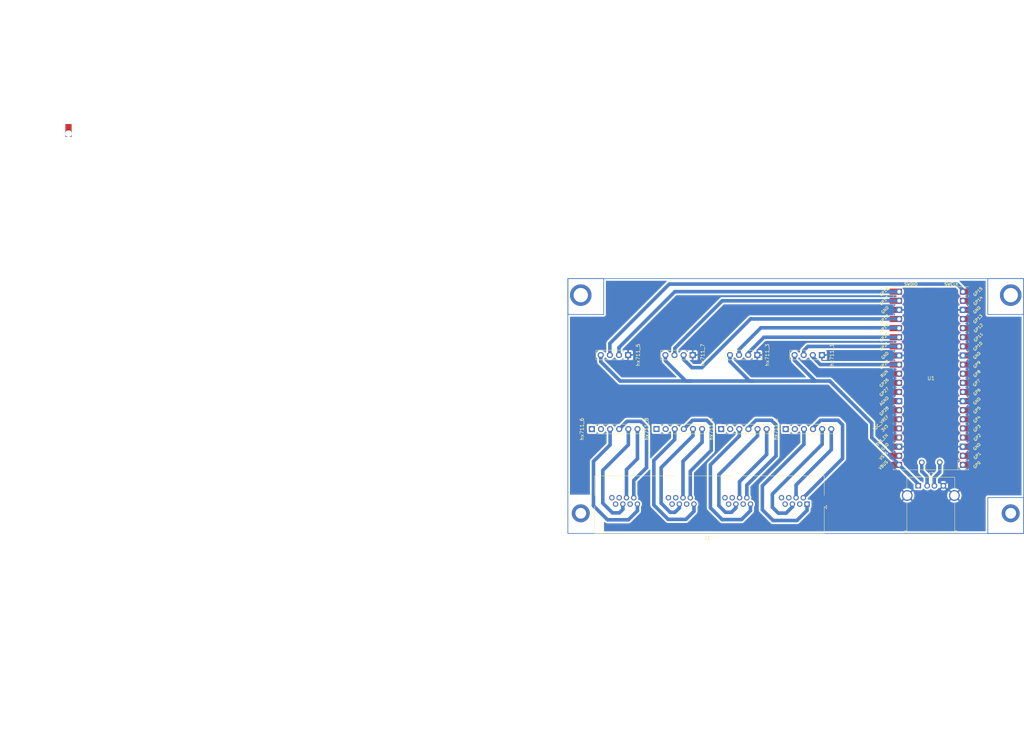
<source format=kicad_pcb>
(kicad_pcb (version 20240108) (generator "pcbnew") (generator_version "8.0")
  (layers (0 "F.Cu" signal) (31 "B.Cu" signal) (34 "B.Paste" user) (35 "F.Paste" user) (36 "B.SilkS" user "B.Silkscreen") (37 "F.SilkS" user "F.Silkscreen") (38 "B.Mask" user) (39 "F.Mask" user) (44 "Edge.Cuts" user))
  (net 0 "")
  (net 23 "SCK1")
  (net 24 "DT1")
  (net 25 "VCC")
  (net 26 "GND")
  (net 29 "DT2")
  (net 32 "DT3")
  (net 35 "DT4")
  (net 38 "unconnected-(J7-D--Pad2)")
  (net 40 "SCK2")
  (net 43 "1A-")
  (net 44 "1E-")
  (net 45 "1E+")
  (net 46 "1A+")
  (net 47 "2E+")
  (net 48 "2A+")
  (net 49 "2E-")
  (net 50 "2A-")
  (net 51 "3E-")
  (net 52 "3A+")
  (net 53 "3E+")
  (net 54 "3A-")
  (net 55 "4A-")
  (net 56 "4E+")
  (net 57 "4E-")
  (net 58 "4A+")
  (net 91 "SCK3")
  (net 92 "SCK4")
  (footprint "Connector_PinSocket_2.54mm:PinSocket_1x06_P2.54mm_Vertical" (layer "F.Cu") (at 148.238981 101.014973 90)
    (property "Reference" "hx711_2" (at 0 -2.77 90) (layer "F.SilkS"))
    (property "Value" "Conn_01x06_Pin")
    (pad "1" thru_hole rect (at 0 0 90) (size 1.7 1.7) (drill 1) (layers "*.Cu" "*.Mask"))
    (pad "2" thru_hole oval (at 0 2.54 90) (size 1.7 1.7) (drill 1) (layers "*.Cu" "*.Mask"))
    (pad "3" thru_hole oval (at 0 5.08 90) (size 1.7 1.7) (drill 1) (layers "*.Cu" "*.Mask") (net 46 "1A+"))
    (pad "4" thru_hole oval (at 0 7.62 90) (size 1.7 1.7) (drill 1) (layers "*.Cu" "*.Mask") (net 43 "1A-"))
    (pad "5" thru_hole oval (at 0 10.16 90) (size 1.7 1.7) (drill 1) (layers "*.Cu" "*.Mask") (net 44 "1E-"))
    (pad "6" thru_hole oval (at 0 12.7 90) (size 1.7 1.7) (drill 1) (layers "*.Cu" "*.Mask") (net 45 "1E+"))
  )
  (footprint "Connector_PinSocket_2.54mm:PinSocket_1x06_P2.54mm_Vertical" (layer "F.Cu") (at 130.23947 101.0105 90)
    (property "Reference" "hx711_4" (at 0 -2.77 90) (layer "F.SilkS"))
    (property "Value" "Conn_01x06_Pin")
    (pad "1" thru_hole rect (at 0 0 90) (size 1.7 1.7) (drill 1) (layers "*.Cu" "*.Mask"))
    (pad "2" thru_hole oval (at 0 2.54 90) (size 1.7 1.7) (drill 1) (layers "*.Cu" "*.Mask"))
    (pad "3" thru_hole oval (at 0 5.08 90) (size 1.7 1.7) (drill 1) (layers "*.Cu" "*.Mask") (net 48 "2A+"))
    (pad "4" thru_hole oval (at 0 7.62 90) (size 1.7 1.7) (drill 1) (layers "*.Cu" "*.Mask") (net 50 "2A-"))
    (pad "5" thru_hole oval (at 0 10.16 90) (size 1.7 1.7) (drill 1) (layers "*.Cu" "*.Mask") (net 49 "2E-"))
    (pad "6" thru_hole oval (at 0 12.7 90) (size 1.7 1.7) (drill 1) (layers "*.Cu" "*.Mask") (net 47 "2E+"))
  )
  (footprint "" (layer "F.Cu") (at 210.9324 63.7038)
    (property "Reference" "" (at 0 0 0) (layer "F.SilkS") (effects (font (size 1.27 1.27))))
    (property "Value" "")
    (pad "" np_thru_hole circle (at 0 0) (size 6 6) (drill 4) (layers "F&B.Cu" "*.Mask"))
  )
  (footprint "Connector_PinSocket_2.54mm:PinSocket_1x04_P2.54mm_Vertical" (layer "F.Cu") (at 158.333166 80.392707 -90)
    (property "Reference" "hx711_1" (at 0 -2.77 90) (layer "F.SilkS"))
    (property "Value" "Conn_01x04_Pin")
    (pad "1" thru_hole rect (at 0 0 270) (size 1.7 1.7) (drill 1) (layers "*.Cu" "*.Mask") (net 26 "GND"))
    (pad "2" thru_hole oval (at 0 2.54 270) (size 1.7 1.7) (drill 1) (layers "*.Cu" "*.Mask") (net 35 "DT4"))
    (pad "3" thru_hole oval (at 0 5.08 270) (size 1.7 1.7) (drill 1) (layers "*.Cu" "*.Mask") (net 92 "SCK4"))
    (pad "4" thru_hole oval (at 0 7.62 270) (size 1.7 1.7) (drill 1) (layers "*.Cu" "*.Mask") (net 25 "VCC"))
  )
  (footprint "" (layer "F.Cu") (at 91.146 124.486)
    (property "Reference" "" (at 0 0 0) (layer "F.SilkS") (effects (font (size 1.27 1.27))))
    (property "Value" "")
    (pad "" np_thru_hole circle (at 0 0) (size 5 5) (drill 3) (layers "F&B.Cu" "*.Mask"))
  )
  (footprint "" (layer "F.Cu") (at 186.14353 110.286571)
    (property "Reference" "" (at 0 0 0) (layer "F.SilkS") (effects (font (size 1.27 1.27))))
    (property "Value" "")
    (pad "2" thru_hole circle (at 0 0) (size 1.6 1.6) (drill 0.95) (layers "*.Cu" "*.Mask") (net 38 "unconnected-(J7-D--Pad2)"))
  )
  (footprint "Rasperry Pico 2:RPi_Pico_SMD_TH" (layer "F.Cu") (at 188.722 86.868 180)
    (property "Reference" "U1" (at 0 0 0) (layer "F.SilkS"))
    (property "Value" "Pico")
    (fp_text user "GP9" (at -12.8 3.81 45) (layer "F.SilkS") (effects (font (size 0.8 0.8))))
    (fp_text user "GND" (at -12.8 -6.35 45) (layer "F.SilkS") (effects (font (size 0.8 0.8))))
    (fp_text user "VBUS" (at 13.3 -24.2 45) (layer "F.SilkS") (effects (font (size 0.8 0.8))))
    (fp_text user "GP20" (at 13.054 11.43 45) (layer "F.SilkS") (effects (font (size 0.8 0.8))))
    (fp_text user "GP28" (at 13.054 -9.144 45) (layer "F.SilkS") (effects (font (size 0.8 0.8))))
    (fp_text user "AGND" (at 13.054 -6.35 45) (layer "F.SilkS") (effects (font (size 0.8 0.8))))
    (fp_text user "GP4" (at -12.8 -11.43 45) (layer "F.SilkS") (effects (font (size 0.8 0.8))))
    (fp_text user "GP2" (at -12.9 -16.51 45) (layer "F.SilkS") (effects (font (size 0.8 0.8))))
    (fp_text user "GP26" (at 13.054 -1.27 45) (layer "F.SilkS") (effects (font (size 0.8 0.8))))
    (fp_text user "GP21" (at 13.054 8.9 45) (layer "F.SilkS") (effects (font (size 0.8 0.8))))
    (fp_text user "3V3_EN" (at 13.7 -17.2 45) (layer "F.SilkS") (effects (font (size 0.8 0.8))))
    (fp_text user "GND" (at 12.8 6.35 45) (layer "F.SilkS") (effects (font (size 0.8 0.8))))
    (fp_text user "GP11" (at -13.2 11.43 45) (layer "F.SilkS") (effects (font (size 0.8 0.8))))
    (fp_text user "3V3" (at 12.9 -13.9 45) (layer "F.SilkS") (effects (font (size 0.8 0.8))))
    (fp_text user "GND" (at -12.8 -19.05 45) (layer "F.SilkS") (effects (font (size 0.8 0.8))))
    (fp_text user "GP10" (at -13.054 8.89 45) (layer "F.SilkS") (effects (font (size 0.8 0.8))))
    (fp_text user "GP3" (at -12.8 -13.97 45) (layer "F.SilkS") (effects (font (size 0.8 0.8))))
    (fp_text user "GP15" (at -13.054 24.13 45) (layer "F.SilkS") (effects (font (size 0.8 0.8))))
    (fp_text user "GP12" (at -13.2 13.97 45) (layer "F.SilkS") (effects (font (size 0.8 0.8))))
    (fp_text user "RUN" (at 13 1.27 45) (layer "F.SilkS") (effects (font (size 0.8 0.8))))
    (fp_text user "GND" (at 12.8 19.05 45) (layer "F.SilkS") (effects (font (size 0.8 0.8))))
    (fp_text user "GP17" (at 13.054 21.59 45) (layer "F.SilkS") (effects (font (size 0.8 0.8))))
    (fp_text user "GP8" (at -12.8 1.27 45) (layer "F.SilkS") (effects (font (size 0.8 0.8))))
    (fp_text user "GP0" (at -12.8 -24.13 45) (layer "F.SilkS") (effects (font (size 0.8 0.8))))
    (fp_text user "GP13" (at -13.054 16.51 45) (layer "F.SilkS") (effects (font (size 0.8 0.8))))
    (fp_text user "ADC_VREF" (at 14 -12.5 45) (layer "F.SilkS") (effects (font (size 0.8 0.8))))
    (fp_text user "GP6" (at -12.8 -3.81 45) (layer "F.SilkS") (effects (font (size 0.8 0.8))))
    (fp_text user "GP27" (at 13.054 -3.8 45) (layer "F.SilkS") (effects (font (size 0.8 0.8))))
    (fp_text user "GP16" (at 13.054 24.13 45) (layer "F.SilkS") (effects (font (size 0.8 0.8))))
    (fp_text user "GP7" (at -12.7 -1.3 45) (layer "F.SilkS") (effects (font (size 0.8 0.8))))
    (fp_text user "SWDIO" (at 5.6 26.2 0) (layer "F.SilkS") (effects (font (size 0.8 0.8))))
    (fp_text user "GP14" (at -13.1 21.59 45) (layer "F.SilkS") (effects (font (size 0.8 0.8))))
    (fp_text user "VSYS" (at 13.2 -21.59 45) (layer "F.SilkS") (effects (font (size 0.8 0.8))))
    (fp_text user "SWCLK" (at -5.7 26.2 0) (layer "F.SilkS") (effects (font (size 0.8 0.8))))
    (fp_text user "GND" (at -12.8 19.05 45) (layer "F.SilkS") (effects (font (size 0.8 0.8))))
    (fp_text user "GP1" (at -12.9 -21.6 45) (layer "F.SilkS") (effects (font (size 0.8 0.8))))
    (fp_text user "GP5" (at -12.8 -8.89 45) (layer "F.SilkS") (effects (font (size 0.8 0.8))))
    (fp_text user "GP22" (at 13.054 3.81 45) (layer "F.SilkS") (effects (font (size 0.8 0.8))))
    (fp_text user "GND" (at -12.8 6.35 45) (layer "F.SilkS") (effects (font (size 0.8 0.8))))
    (fp_text user "GP19" (at 13.054 13.97 45) (layer "F.SilkS") (effects (font (size 0.8 0.8))))
    (fp_text user "GP18" (at 13.054 16.51 45) (layer "F.SilkS") (effects (font (size 0.8 0.8))))
    (fp_text user "GND" (at 12.8 -19.05 45) (layer "F.SilkS") (effects (font (size 0.8 0.8))))
    (pad "" np_thru_hole oval (at 240.29836 68.142316 180) (size 1.5 1.5) (drill 1.5) (layers "F&B.Cu" "*.Mask"))
    (pad "" np_thru_hole oval (at 240.29836 68.142316 180) (size 1.5 1.5) (drill 1.5) (layers "F&B.Cu" "*.Mask"))
    (pad "" np_thru_hole oval (at 240.29836 68.142316 180) (size 1.8 1.8) (drill 1.8) (layers "F&B.Cu" "*.Mask"))
    (pad "" np_thru_hole oval (at 240.29836 68.142316 180) (size 1.8 1.8) (drill 1.8) (layers "F&B.Cu" "*.Mask"))
    (pad "1" thru_hole oval (at -8.89 -24.13 180) (size 1.7 1.7) (drill 1.02) (layers "*.Cu" "*.Mask"))
    (pad "1" smd rect (at -8.89 -24.13 180) (size 3.5 1.7) (drill (offset -0.9 0)) (layers "F.Cu" "F.Mask"))
    (pad "2" thru_hole oval (at -8.89 -21.59 180) (size 1.7 1.7) (drill 1.02) (layers "*.Cu" "*.Mask"))
    (pad "2" smd rect (at -8.89 -21.59 180) (size 3.5 1.7) (drill (offset -0.9 0)) (layers "F.Cu" "F.Mask"))
    (pad "3" thru_hole rect (at -8.89 -19.05 180) (size 1.7 1.7) (drill 1.02) (layers "*.Cu" "*.Mask") (net 26 "GND"))
    (pad "3" smd rect (at -8.89 -19.05 180) (size 3.5 1.7) (drill (offset -0.9 0)) (layers "F.Cu" "F.Mask") (net 26 "GND"))
    (pad "4" thru_hole oval (at -8.89 -16.51 180) (size 1.7 1.7) (drill 1.02) (layers "*.Cu" "*.Mask"))
    (pad "4" smd rect (at -8.89 -16.51 180) (size 3.5 1.7) (drill (offset -0.9 0)) (layers "F.Cu" "F.Mask"))
    (pad "5" thru_hole oval (at -8.89 -13.97 180) (size 1.7 1.7) (drill 1.02) (layers "*.Cu" "*.Mask"))
    (pad "5" smd rect (at -8.89 -13.97 180) (size 3.5 1.7) (drill (offset -0.9 0)) (layers "F.Cu" "F.Mask"))
    (pad "6" thru_hole oval (at -8.89 -11.43 180) (size 1.7 1.7) (drill 1.02) (layers "*.Cu" "*.Mask"))
    (pad "6" smd rect (at -8.89 -11.43 180) (size 3.5 1.7) (drill (offset -0.9 0)) (layers "F.Cu" "F.Mask"))
    (pad "7" thru_hole oval (at -8.89 -8.89 180) (size 1.7 1.7) (drill 1.02) (layers "*.Cu" "*.Mask"))
    (pad "7" smd rect (at -8.89 -8.89 180) (size 3.5 1.7) (drill (offset -0.9 0)) (layers "F.Cu" "F.Mask"))
    (pad "8" thru_hole rect (at -8.89 -6.35 180) (size 1.7 1.7) (drill 1.02) (layers "*.Cu" "*.Mask") (net 26 "GND"))
    (pad "8" smd rect (at -8.89 -6.35 180) (size 3.5 1.7) (drill (offset -0.9 0)) (layers "F.Cu" "F.Mask") (net 26 "GND"))
    (pad "9" thru_hole oval (at -8.89 -3.81 180) (size 1.7 1.7) (drill 1.02) (layers "*.Cu" "*.Mask"))
    (pad "9" smd rect (at -8.89 -3.81 180) (size 3.5 1.7) (drill (offset -0.9 0)) (layers "F.Cu" "F.Mask"))
    (pad "10" thru_hole oval (at -8.89 -1.27 180) (size 1.7 1.7) (drill 1.02) (layers "*.Cu" "*.Mask"))
    (pad "10" smd rect (at -8.89 -1.27 180) (size 3.5 1.7) (drill (offset -0.9 0)) (layers "F.Cu" "F.Mask"))
    (pad "11" thru_hole oval (at -8.89 1.27 180) (size 1.7 1.7) (drill 1.02) (layers "*.Cu" "*.Mask"))
    (pad "11" smd rect (at -8.89 1.27 180) (size 3.5 1.7) (drill (offset -0.9 0)) (layers "F.Cu" "F.Mask"))
    (pad "12" thru_hole oval (at -8.89 3.81 180) (size 1.7 1.7) (drill 1.02) (layers "*.Cu" "*.Mask"))
    (pad "12" smd rect (at -8.89 3.81 180) (size 3.5 1.7) (drill (offset -0.9 0)) (layers "F.Cu" "F.Mask"))
    (pad "13" thru_hole rect (at -8.89 6.35 180) (size 1.7 1.7) (drill 1.02) (layers "*.Cu" "*.Mask") (net 26 "GND"))
    (pad "13" smd rect (at -8.89 6.35 180) (size 3.5 1.7) (drill (offset -0.9 0)) (layers "F.Cu" "F.Mask") (net 26 "GND"))
    (pad "14" thru_hole oval (at -8.89 8.89 180) (size 1.7 1.7) (drill 1.02) (layers "*.Cu" "*.Mask"))
    (pad "14" smd rect (at -8.89 8.89 180) (size 3.5 1.7) (drill (offset -0.9 0)) (layers "F.Cu" "F.Mask"))
    (pad "15" thru_hole oval (at -8.89 11.43 180) (size 1.7 1.7) (drill 1.02) (layers "*.Cu" "*.Mask"))
    (pad "15" smd rect (at -8.89 11.43 180) (size 3.5 1.7) (drill (offset -0.9 0)) (layers "F.Cu" "F.Mask"))
    (pad "16" thru_hole oval (at -8.89 13.97 180) (size 1.7 1.7) (drill 1.02) (layers "*.Cu" "*.Mask"))
    (pad "16" smd rect (at -8.89 13.97 180) (size 3.5 1.7) (drill (offset -0.9 0)) (layers "F.Cu" "F.Mask"))
    (pad "17" thru_hole oval (at -8.89 16.51 180) (size 1.7 1.7) (drill 1.02) (layers "*.Cu" "*.Mask"))
    (pad "17" smd rect (at -8.89 16.51 180) (size 3.5 1.7) (drill (offset -0.9 0)) (layers "F.Cu" "F.Mask"))
    (pad "18" thru_hole rect (at -8.89 19.05 180) (size 1.7 1.7) (drill 1.02) (layers "*.Cu" "*.Mask") (net 26 "GND"))
    (pad "18" smd rect (at -8.89 19.05 180) (size 3.5 1.7) (drill (offset -0.9 0)) (layers "F.Cu" "F.Mask") (net 26 "GND"))
    (pad "19" thru_hole oval (at -8.89 21.59 180) (size 1.7 1.7) (drill 1.02) (layers "*.Cu" "*.Mask"))
    (pad "19" smd rect (at -8.89 21.59 180) (size 3.5 1.7) (drill (offset -0.9 0)) (layers "F.Cu" "F.Mask"))
    (pad "20" thru_hole oval (at -8.89 24.13 180) (size 1.7 1.7) (drill 1.02) (layers "*.Cu" "*.Mask") (net 23 "SCK1"))
    (pad "20" smd rect (at -8.89 24.13 180) (size 3.5 1.7) (drill (offset -0.9 0)) (layers "F.Cu" "F.Mask") (net 23 "SCK1"))
    (pad "21" thru_hole oval (at 8.89 24.13 180) (size 1.7 1.7) (drill 1.02) (layers "*.Cu" "*.Mask") (net 24 "DT1"))
    (pad "21" smd rect (at 8.89 24.13 180) (size 3.5 1.7) (drill (offset 0.9 0)) (layers "F.Cu" "F.Mask") (net 24 "DT1"))
    (pad "22" thru_hole oval (at 8.89 21.59 180) (size 1.7 1.7) (drill 1.02) (layers "*.Cu" "*.Mask") (net 40 "SCK2"))
    (pad "22" smd rect (at 8.89 21.59 180) (size 3.5 1.7) (drill (offset 0.9 0)) (layers "F.Cu" "F.Mask") (net 40 "SCK2"))
    (pad "23" thru_hole rect (at 8.89 19.05 180) (size 1.7 1.7) (drill 1.02) (layers "*.Cu" "*.Mask") (net 26 "GND"))
    (pad "23" smd rect (at 8.89 19.05 180) (size 3.5 1.7) (drill (offset 0.9 0)) (layers "F.Cu" "F.Mask") (net 26 "GND"))
    (pad "24" thru_hole oval (at 8.89 16.51 180) (size 1.7 1.7) (drill 1.02) (layers "*.Cu" "*.Mask") (net 29 "DT2"))
    (pad "24" smd rect (at 8.89 16.51 180) (size 3.5 1.7) (drill (offset 0.9 0)) (layers "F.Cu" "F.Mask") (net 29 "DT2"))
    (pad "25" thru_hole oval (at 8.89 13.97 180) (size 1.7 1.7) (drill 1.02) (layers "*.Cu" "*.Mask") (net 91 "SCK3"))
    (pad "25" smd rect (at 8.89 13.97 180) (size 3.5 1.7) (drill (offset 0.9 0)) (layers "F.Cu" "F.Mask") (net 91 "SCK3"))
    (pad "26" thru_hole oval (at 8.89 11.43 180) (size 1.7 1.7) (drill 1.02) (layers "*.Cu" "*.Mask") (net 32 "DT3"))
    (pad "26" smd rect (at 8.89 11.43 180) (size 3.5 1.7) (drill (offset 0.9 0)) (layers "F.Cu" "F.Mask") (net 32 "DT3"))
    (pad "27" thru_hole oval (at 8.89 8.89 180) (size 1.7 1.7) (drill 1.02) (layers "*.Cu" "*.Mask") (net 92 "SCK4"))
    (pad "27" smd rect (at 8.89 8.89 180) (size 3.5 1.7) (drill (offset 0.9 0)) (layers "F.Cu" "F.Mask") (net 92 "SCK4"))
    (pad "28" thru_hole rect (at 8.89 6.35 180) (size 1.7 1.7) (drill 1.02) (layers "*.Cu" "*.Mask") (net 26 "GND"))
    (pad "28" smd rect (at 8.89 6.35 180) (size 3.5 1.7) (drill (offset 0.9 0)) (layers "F.Cu" "F.Mask") (net 26 "GND"))
    (pad "29" thru_hole oval (at 8.89 3.81 180) (size 1.7 1.7) (drill 1.02) (layers "*.Cu" "*.Mask") (net 35 "DT4"))
    (pad "29" smd rect (at 8.89 3.81 180) (size 3.5 1.7) (drill (offset 0.9 0)) (layers "F.Cu" "F.Mask") (net 35 "DT4"))
    (pad "30" thru_hole oval (at 8.89 1.27 180) (size 1.7 1.7) (drill 1.02) (layers "*.Cu" "*.Mask"))
    (pad "30" smd rect (at 8.89 1.27 180) (size 3.5 1.7) (drill (offset 0.9 0)) (layers "F.Cu" "F.Mask"))
    (pad "31" thru_hole oval (at 8.89 -1.27 180) (size 1.7 1.7) (drill 1.02) (layers "*.Cu" "*.Mask"))
    (pad "31" smd rect (at 8.89 -1.27 180) (size 3.5 1.7) (drill (offset 0.9 0)) (layers "F.Cu" "F.Mask"))
    (pad "32" thru_hole oval (at 8.89 -3.81 180) (size 1.7 1.7) (drill 1.02) (layers "*.Cu" "*.Mask"))
    (pad "32" smd rect (at 8.89 -3.81 180) (size 3.5 1.7) (drill (offset 0.9 0)) (layers "F.Cu" "F.Mask"))
    (pad "33" thru_hole rect (at 8.89 -6.35 180) (size 1.7 1.7) (drill 1.02) (layers "*.Cu" "*.Mask"))
    (pad "33" smd rect (at 8.89 -6.35 180) (size 3.5 1.7) (drill (offset 0.9 0)) (layers "F.Cu" "F.Mask"))
    (pad "34" thru_hole oval (at 8.89 -8.89 180) (size 1.7 1.7) (drill 1.02) (layers "*.Cu" "*.Mask"))
    (pad "34" smd rect (at 8.89 -8.89 180) (size 3.5 1.7) (drill (offset 0.9 0)) (layers "F.Cu" "F.Mask"))
    (pad "35" thru_hole oval (at 8.89 -11.43 180) (size 1.7 1.7) (drill 1.02) (layers "*.Cu" "*.Mask"))
    (pad "35" smd rect (at 8.89 -11.43 180) (size 3.5 1.7) (drill (offset 0.9 0)) (layers "F.Cu" "F.Mask"))
    (pad "36" thru_hole oval (at 8.89 -13.97 180) (size 1.7 1.7) (drill 1.02) (layers "*.Cu" "*.Mask"))
    (pad "36" smd rect (at 8.89 -13.97 180) (size 3.5 1.7) (drill (offset 0.9 0)) (layers "F.Cu" "F.Mask"))
    (pad "37" thru_hole oval (at 8.89 -16.51 180) (size 1.7 1.7) (drill 1.02) (layers "*.Cu" "*.Mask"))
    (pad "37" smd rect (at 8.89 -16.51 180) (size 3.5 1.7) (drill (offset 0.9 0)) (layers "F.Cu" "F.Mask"))
    (pad "38" thru_hole rect (at 8.89 -19.05 180) (size 1.7 1.7) (drill 1.02) (layers "*.Cu" "*.Mask") (net 26 "GND"))
    (pad "38" smd rect (at 8.89 -19.05 180) (size 3.5 1.7) (drill (offset 0.9 0)) (layers "F.Cu" "F.Mask") (net 26 "GND"))
    (pad "39" thru_hole oval (at 8.89 -21.59 180) (size 1.7 1.7) (drill 1.02) (layers "*.Cu" "*.Mask"))
    (pad "39" smd rect (at 8.89 -21.59 180) (size 3.5 1.7) (drill (offset 0.9 0)) (layers "F.Cu" "F.Mask"))
    (pad "40" thru_hole oval (at 8.89 -24.13 180) (size 1.7 1.7) (drill 1.02) (layers "*.Cu" "*.Mask") (net 25 "VCC"))
    (pad "40" smd rect (at 8.89 -24.13 180) (size 3.5 1.7) (drill (offset 0.9 0)) (layers "F.Cu" "F.Mask") (net 25 "VCC"))
    (pad "41" thru_hole oval (at 240.29836 68.142316 180) (size 1.7 1.7) (drill 1.02) (layers "*.Cu" "*.Mask"))
    (pad "41" smd rect (at 240.29836 68.142316 270) (size 3.5 1.7) (drill (offset -0.9 0)) (layers "F.Cu" "F.Mask"))
    (pad "42" thru_hole rect (at 240.29836 68.142316 180) (size 1.7 1.7) (drill 1.02) (layers "*.Cu" "*.Mask"))
    (pad "42" smd rect (at 240.29836 68.142316 270) (size 3.5 1.7) (drill (offset -0.9 0)) (layers "F.Cu" "F.Mask"))
    (pad "43" thru_hole oval (at 240.29836 68.142316 180) (size 1.7 1.7) (drill 1.02) (layers "*.Cu" "*.Mask"))
    (pad "43" smd rect (at 240.29836 68.142316 270) (size 3.5 1.7) (drill (offset -0.9 0)) (layers "F.Cu" "F.Mask"))
  )
  (footprint "Connector_USB:USB_A_Molex_67643_Horizontal" (layer "F.Cu") (at 185.166 116.814)
    (property "Reference" "J7" (at 3.5 -3.19 0) (layer "F.SilkS"))
    (property "Value" "USB_A")
    (pad "1" thru_hole rect (at 0 0) (size 1.6 1.5) (drill 0.95) (layers "*.Cu" "*.Mask") (net 25 "VCC"))
    (pad "2" thru_hole circle (at 2.5 0) (size 1.6 1.6) (drill 0.95) (layers "*.Cu" "*.Mask") (net 38 "unconnected-(J7-D--Pad2)"))
    (pad "3" thru_hole circle (at 4.5 0) (size 1.6 1.6) (drill 0.95) (layers "*.Cu" "*.Mask"))
    (pad "4" thru_hole circle (at 7 0) (size 1.6 1.6) (drill 0.95) (layers "*.Cu" "*.Mask") (net 26 "GND"))
    (pad "5" thru_hole circle (at -3.07 2.71) (size 3 3) (drill 2.3) (layers "*.Cu" "*.Mask") (net 26 "GND"))
    (pad "5" thru_hole circle (at 10.07 2.71) (size 3 3) (drill 2.3) (layers "*.Cu" "*.Mask") (net 26 "GND"))
  )
  (footprint "Connector_PinSocket_2.54mm:PinSocket_1x06_P2.54mm_Vertical" (layer "F.Cu") (at 94.238493 101.015461 90)
    (property "Reference" "hx711_6" (at 0 -2.77 90) (layer "F.SilkS"))
    (property "Value" "Conn_01x06_Pin")
    (pad "1" thru_hole rect (at 0 0 90) (size 1.7 1.7) (drill 1) (layers "*.Cu" "*.Mask"))
    (pad "2" thru_hole oval (at 0 2.54 90) (size 1.7 1.7) (drill 1) (layers "*.Cu" "*.Mask"))
    (pad "3" thru_hole oval (at 0 5.08 90) (size 1.7 1.7) (drill 1) (layers "*.Cu" "*.Mask") (net 52 "3A+"))
    (pad "4" thru_hole oval (at 0 7.62 90) (size 1.7 1.7) (drill 1) (layers "*.Cu" "*.Mask") (net 54 "3A-"))
    (pad "5" thru_hole oval (at 0 10.16 90) (size 1.7 1.7) (drill 1) (layers "*.Cu" "*.Mask") (net 51 "3E-"))
    (pad "6" thru_hole oval (at 0 12.7 90) (size 1.7 1.7) (drill 1) (layers "*.Cu" "*.Mask") (net 53 "3E+"))
  )
  (footprint "Connector_PinSocket_2.54mm:PinSocket_1x04_P2.54mm_Vertical" (layer "F.Cu") (at 122.336055 80.399506 -90)
    (property "Reference" "hx711_7" (at 0 -2.77 90) (layer "F.SilkS"))
    (property "Value" "Conn_01x04_Pin")
    (pad "1" thru_hole rect (at 0 0 270) (size 1.7 1.7) (drill 1) (layers "*.Cu" "*.Mask") (net 26 "GND"))
    (pad "2" thru_hole oval (at 0 2.54 270) (size 1.7 1.7) (drill 1) (layers "*.Cu" "*.Mask") (net 29 "DT2"))
    (pad "3" thru_hole oval (at 0 5.08 270) (size 1.7 1.7) (drill 1) (layers "*.Cu" "*.Mask") (net 40 "SCK2"))
    (pad "4" thru_hole oval (at 0 7.62 270) (size 1.7 1.7) (drill 1) (layers "*.Cu" "*.Mask") (net 25 "VCC"))
  )
  (footprint "" (layer "F.Cu") (at 210.9324 124.486)
    (property "Reference" "" (at 0 0 0) (layer "F.SilkS") (effects (font (size 1.27 1.27))))
    (property "Value" "")
    (pad "" np_thru_hole circle (at 0 0) (size 5 5) (drill 3) (layers "F&B.Cu" "*.Mask"))
  )
  (footprint "Connector_PinSocket_2.54mm:PinSocket_1x04_P2.54mm_Vertical" (layer "F.Cu") (at 140.335117 80.380434 -90)
    (property "Reference" "hx711_3" (at 0 -2.77 90) (layer "F.SilkS"))
    (property "Value" "Conn_01x04_Pin")
    (pad "1" thru_hole rect (at 0 0 270) (size 1.7 1.7) (drill 1) (layers "*.Cu" "*.Mask") (net 26 "GND"))
    (pad "2" thru_hole oval (at 0 2.54 270) (size 1.7 1.7) (drill 1) (layers "*.Cu" "*.Mask") (net 32 "DT3"))
    (pad "3" thru_hole oval (at 0 5.08 270) (size 1.7 1.7) (drill 1) (layers "*.Cu" "*.Mask") (net 91 "SCK3"))
    (pad "4" thru_hole oval (at 0 7.62 270) (size 1.7 1.7) (drill 1) (layers "*.Cu" "*.Mask") (net 25 "VCC"))
  )
  (footprint "" (layer "F.Cu") (at -40.386 190.754)
    (property "Reference" "" (at 0 0 0) (layer "F.SilkS") (effects (font (size 1.27 1.27))))
    (property "Value" "")
    (pad "" np_thru_hole oval (at 0 0 180) (size 1.5 1.5) (drill 1.5) (layers "F&B.Cu" "*.Mask"))
  )
  (footprint "Connector_PinSocket_2.54mm:PinSocket_1x06_P2.54mm_Vertical" (layer "F.Cu") (at 112.243907 100.995471 90)
    (property "Reference" "hx711_8" (at 0 -2.77 90) (layer "F.SilkS"))
    (property "Value" "Conn_01x06_Pin")
    (pad "1" thru_hole rect (at 0 0 90) (size 1.7 1.7) (drill 1) (layers "*.Cu" "*.Mask"))
    (pad "2" thru_hole oval (at 0 2.54 90) (size 1.7 1.7) (drill 1) (layers "*.Cu" "*.Mask"))
    (pad "3" thru_hole oval (at 0 5.08 90) (size 1.7 1.7) (drill 1) (layers "*.Cu" "*.Mask") (net 58 "4A+"))
    (pad "4" thru_hole oval (at 0 7.62 90) (size 1.7 1.7) (drill 1) (layers "*.Cu" "*.Mask") (net 55 "4A-"))
    (pad "5" thru_hole oval (at 0 10.16 90) (size 1.7 1.7) (drill 1) (layers "*.Cu" "*.Mask") (net 57 "4E-"))
    (pad "6" thru_hole oval (at 0 12.7 90) (size 1.7 1.7) (drill 1) (layers "*.Cu" "*.Mask") (net 56 "4E+"))
  )
  (footprint "" (layer "F.Cu") (at 191.161082 110.247213)
    (property "Reference" "" (at 0 0 0) (layer "F.SilkS") (effects (font (size 1.27 1.27))))
    (property "Value" "")
    (pad "2" thru_hole circle (at 0 0) (size 1.6 1.6) (drill 0.95) (layers "*.Cu" "*.Mask") (net 38 "unconnected-(J7-D--Pad2)"))
  )
  (footprint "Connector_PinSocket_2.54mm:PinSocket_1x04_P2.54mm_Vertical" (layer "F.Cu") (at 104.333977 80.39065 -90)
    (property "Reference" "hx711_5" (at 0 -2.77 90) (layer "F.SilkS"))
    (property "Value" "Conn_01x04_Pin")
    (pad "1" thru_hole rect (at 0 0 270) (size 1.7 1.7) (drill 1) (layers "*.Cu" "*.Mask") (net 26 "GND"))
    (pad "2" thru_hole oval (at 0 2.54 270) (size 1.7 1.7) (drill 1) (layers "*.Cu" "*.Mask") (net 24 "DT1"))
    (pad "3" thru_hole oval (at 0 5.08 270) (size 1.7 1.7) (drill 1) (layers "*.Cu" "*.Mask") (net 23 "SCK1"))
    (pad "4" thru_hole oval (at 0 7.62 270) (size 1.7 1.7) (drill 1) (layers "*.Cu" "*.Mask") (net 25 "VCC"))
  )
  (footprint "Connector_RJ:RJ45_Amphenol_RJHSE538X-04" (layer "F.Cu") (at 154.18 121.92 180)
    (property "Reference" "J1" (at 27.75 -9.5 0) (layer "F.SilkS"))
    (property "Value" "Conn_01x48_Pin" (hide yes))
    (pad "" np_thru_hole circle (at 223.02 138.819475 180) (size 3.25 3.25) (drill 3.25) (layers "F&B.Cu" "*.Mask"))
    (pad "" np_thru_hole circle (at 223.2152 121.3124 180) (size 3.25 3.25) (drill 3.25) (layers "F&B.Cu" "*.Mask"))
    (pad "1" thru_hole rect (at 0 0 180) (size 1.5 1.5) (drill 0.89) (layers "*.Cu" "*.Mask") (net 46 "1A+"))
    (pad "2" thru_hole circle (at 1.016 1.78 180) (size 1.5 1.5) (drill 0.89) (layers "*.Cu" "*.Mask") (net 43 "1A-"))
    (pad "3" thru_hole circle (at 2.032 0 180) (size 1.5 1.5) (drill 0.89) (layers "*.Cu" "*.Mask"))
    (pad "4" thru_hole circle (at 3.048 1.78 180) (size 1.5 1.5) (drill 0.89) (layers "*.Cu" "*.Mask") (net 45 "1E+"))
    (pad "5" thru_hole circle (at 4.064 0 180) (size 1.5 1.5) (drill 0.89) (layers "*.Cu" "*.Mask") (net 44 "1E-"))
    (pad "6" thru_hole circle (at 5.08 1.78 180) (size 1.5 1.5) (drill 0.89) (layers "*.Cu" "*.Mask"))
    (pad "7" thru_hole circle (at 6.096 0 180) (size 1.5 1.5) (drill 0.89) (layers "*.Cu" "*.Mask"))
    (pad "8" thru_hole circle (at 7.112 1.78 180) (size 1.5 1.5) (drill 0.89) (layers "*.Cu" "*.Mask"))
    (pad "9" thru_hole circle (at 223.02 138.819475 180) (size 1.5 1.5) (drill 0.89) (layers "*.Cu" "*.Mask"))
    (pad "10" thru_hole circle (at 223.02 138.819475 180) (size 1.5 1.5) (drill 0.89) (layers "*.Cu" "*.Mask"))
    (pad "11" thru_hole circle (at 223.02 138.819475 180) (size 1.5 1.5) (drill 0.89) (layers "*.Cu" "*.Mask"))
    (pad "12" thru_hole circle (at 223.02 138.819475 180) (size 1.5 1.5) (drill 0.89) (layers "*.Cu" "*.Mask"))
    (pad "13" thru_hole circle (at 15.75 0 180) (size 1.5 1.5) (drill 0.89) (layers "*.Cu" "*.Mask") (net 48 "2A+"))
    (pad "14" thru_hole circle (at 16.766 1.78 180) (size 1.5 1.5) (drill 0.89) (layers "*.Cu" "*.Mask") (net 50 "2A-"))
    (pad "15" thru_hole circle (at 17.782 0 180) (size 1.5 1.5) (drill 0.89) (layers "*.Cu" "*.Mask"))
    (pad "16" thru_hole circle (at 18.798 1.78 180) (size 1.5 1.5) (drill 0.89) (layers "*.Cu" "*.Mask") (net 47 "2E+"))
    (pad "17" thru_hole circle (at 19.814 0 180) (size 1.5 1.5) (drill 0.89) (layers "*.Cu" "*.Mask") (net 49 "2E-"))
    (pad "18" thru_hole circle (at 20.83 1.78 180) (size 1.5 1.5) (drill 0.89) (layers "*.Cu" "*.Mask"))
    (pad "19" thru_hole circle (at 21.846 0 180) (size 1.5 1.5) (drill 0.89) (layers "*.Cu" "*.Mask"))
    (pad "20" thru_hole circle (at 22.862 1.78 180) (size 1.5 1.5) (drill 0.89) (layers "*.Cu" "*.Mask"))
    (pad "21" thru_hole circle (at 223.02 138.819475 180) (size 1.5 1.5) (drill 0.89) (layers "*.Cu" "*.Mask"))
    (pad "22" thru_hole circle (at 223.02 138.819475 180) (size 1.5 1.5) (drill 0.89) (layers "*.Cu" "*.Mask"))
    (pad "23" thru_hole circle (at 223.02 138.819475 180) (size 1.5 1.5) (drill 0.89) (layers "*.Cu" "*.Mask"))
    (pad "24" thru_hole circle (at 223.02 138.819475 180) (size 1.5 1.5) (drill 0.89) (layers "*.Cu" "*.Mask"))
    (pad "25" thru_hole circle (at 31.5 0 180) (size 1.5 1.5) (drill 0.89) (layers "*.Cu" "*.Mask") (net 58 "4A+"))
    (pad "26" thru_hole circle (at 32.516 1.78 180) (size 1.5 1.5) (drill 0.89) (layers "*.Cu" "*.Mask") (net 55 "4A-"))
    (pad "27" thru_hole circle (at 33.532 0 180) (size 1.5 1.5) (drill 0.89) (layers "*.Cu" "*.Mask"))
    (pad "28" thru_hole circle (at 34.548 1.78 180) (size 1.5 1.5) (drill 0.89) (layers "*.Cu" "*.Mask") (net 56 "4E+"))
    (pad "29" thru_hole circle (at 35.564 0 180) (size 1.5 1.5) (drill 0.89) (layers "*.Cu" "*.Mask") (net 57 "4E-"))
    (pad "30" thru_hole circle (at 36.58 1.78 180) (size 1.5 1.5) (drill 0.89) (layers "*.Cu" "*.Mask"))
    (pad "31" thru_hole circle (at 37.596 0 180) (size 1.5 1.5) (drill 0.89) (layers "*.Cu" "*.Mask"))
    (pad "32" thru_hole circle (at 38.612 1.78 180) (size 1.5 1.5) (drill 0.89) (layers "*.Cu" "*.Mask"))
    (pad "33" thru_hole circle (at 223.02 138.819475 180) (size 1.5 1.5) (drill 0.89) (layers "*.Cu" "*.Mask"))
    (pad "34" thru_hole circle (at 223.02 138.819475 180) (size 1.5 1.5) (drill 0.89) (layers "*.Cu" "*.Mask"))
    (pad "35" thru_hole circle (at 223.02 138.819475 180) (size 1.5 1.5) (drill 0.89) (layers "*.Cu" "*.Mask"))
    (pad "36" thru_hole circle (at 223.02 138.819475 180) (size 1.5 1.5) (drill 0.89) (layers "*.Cu" "*.Mask"))
    (pad "37" thru_hole circle (at 47.25 0 180) (size 1.5 1.5) (drill 0.89) (layers "*.Cu" "*.Mask") (net 52 "3A+"))
    (pad "38" thru_hole circle (at 48.266 1.78 180) (size 1.5 1.5) (drill 0.89) (layers "*.Cu" "*.Mask") (net 54 "3A-"))
    (pad "39" thru_hole circle (at 49.282 0 180) (size 1.5 1.5) (drill 0.89) (layers "*.Cu" "*.Mask"))
    (pad "40" thru_hole circle (at 50.298 1.78 180) (size 1.5 1.5) (drill 0.89) (layers "*.Cu" "*.Mask") (net 53 "3E+"))
    (pad "41" thru_hole circle (at 51.314 0 180) (size 1.5 1.5) (drill 0.89) (layers "*.Cu" "*.Mask") (net 51 "3E-"))
    (pad "42" thru_hole circle (at 52.33 1.78 180) (size 1.5 1.5) (drill 0.89) (layers "*.Cu" "*.Mask"))
    (pad "43" thru_hole circle (at 53.346 0 180) (size 1.5 1.5) (drill 0.89) (layers "*.Cu" "*.Mask"))
    (pad "44" thru_hole circle (at 54.362 1.78 180) (size 1.5 1.5) (drill 0.89) (layers "*.Cu" "*.Mask"))
    (pad "45" thru_hole circle (at 223.02 138.819475 180) (size 1.5 1.5) (drill 0.89) (layers "*.Cu" "*.Mask"))
    (pad "46" thru_hole circle (at 223.02 138.819475 180) (size 1.5 1.5) (drill 0.89) (layers "*.Cu" "*.Mask"))
    (pad "47" thru_hole circle (at 223.02 138.819475 180) (size 1.5 1.5) (drill 0.89) (layers "*.Cu" "*.Mask"))
    (pad "48" thru_hole circle (at 223.02 138.819475 180) (size 1.5 1.5) (drill 0.89) (layers "*.Cu" "*.Mask"))
    (pad "SH" thru_hole circle (at 223.2152 121.3124 180) (size 2.57 2.57) (drill 1.57) (layers "*.Cu" "*.Mask"))
    (pad "SH" thru_hole circle (at 223.2152 121.3124 180) (size 2.57 2.57) (drill 1.57) (layers "*.Cu" "*.Mask"))
    (pad "SH" thru_hole circle (at 223.2152 121.3124 180) (size 2.57 2.57) (drill 1.57) (layers "*.Cu" "*.Mask"))
    (pad "SH" thru_hole circle (at 223.2152 121.3124 180) (size 2.57 2.57) (drill 1.57) (layers "*.Cu" "*.Mask"))
  )
  (footprint "" (layer "F.Cu") (at 91.146 63.7038)
    (property "Reference" "" (at 0 0 0) (layer "F.SilkS") (effects (font (size 1.27 1.27))))
    (property "Value" "")
    (pad "" np_thru_hole circle (at 0 0) (size 6 6) (drill 4) (layers "F&B.Cu" "*.Mask"))
  )
  (gr_rect (start 204.5392 120.0994) (end 214.5392 130.0994) (stroke (width 0.2)) (fill none) (layer "B.Cu") (net 52))
  (gr_rect (start 87.5392 59.0994) (end 97.5392 69.0994) (stroke (width 0.2)) (fill none) (layer "B.Cu") (net 52))
  (gr_rect (start 87.5392 59.0994) (end 214.5392 130.0994) (stroke (width 0.2)) (fill none) (layer "B.Cu") (net 52))
  (gr_rect (start 204.5392 59.0994) (end 214.5392 69.0994) (stroke (width 0.2)) (fill none) (layer "B.Cu") (net 52))
  (segment (start 196.003659 60.621659) (end 115.781341 60.621659) (width 1) (layer "B.Cu") (net 23))
  (segment (start 99.253977 77.149023) (end 99.253977 80.39065) (width 1) (layer "B.Cu") (net 23))
  (segment (start 115.781341 60.621659) (end 99.253977 77.149023) (width 1) (layer "B.Cu") (net 23))
  (segment (start 197.612 62.23) (end 196.003659 60.621659) (width 1) (layer "B.Cu") (net 23))
  (segment (start 117.348 62.738) (end 179.324 62.738) (width 1) (layer "B.Cu") (net 24))
  (segment (start 101.793977 78.292023) (end 117.348 62.738) (width 1) (layer "B.Cu") (net 24))
  (segment (start 101.793977 80.39065) (end 101.793977 78.292023) (width 1) (layer "B.Cu") (net 24))
  (segment (start 150.713166 80.392707) (end 150.713166 81.879166) (width 1) (layer "B.Cu") (net 25))
  (segment (start 185.166 116.332) (end 179.832 110.998) (width 1) (layer "B.Cu") (net 25))
  (segment (start 114.716055 80.399506) (end 114.716055 81.950055) (width 1) (layer "B.Cu") (net 25))
  (segment (start 150.713166 81.879166) (end 156.464 87.63) (width 1) (layer "B.Cu") (net 25))
  (segment (start 172.212 99.314) (end 172.212 103.378) (width 1) (layer "B.Cu") (net 25))
  (segment (start 120.396 87.63) (end 121.92 87.63) (width 1) (layer "B.Cu") (net 25))
  (segment (start 138.176 87.63) (end 139.192 87.63) (width 1) (layer "B.Cu") (net 25))
  (segment (start 96.713977 82.235977) (end 102.108 87.63) (width 1) (layer "B.Cu") (net 25))
  (segment (start 160.528 87.63) (end 172.212 99.314) (width 1) (layer "B.Cu") (net 25))
  (segment (start 185.166 116.56) (end 185.166 116.332) (width 1) (layer "B.Cu") (net 25))
  (segment (start 155.448 87.63) (end 160.528 87.63) (width 1) (layer "B.Cu") (net 25))
  (segment (start 132.715117 80.380434) (end 132.715117 82.169117) (width 1) (layer "B.Cu") (net 25))
  (segment (start 132.715117 82.169117) (end 138.176 87.63) (width 1) (layer "B.Cu") (net 25))
  (segment (start 114.716055 81.950055) (end 120.396 87.63) (width 1) (layer "B.Cu") (net 25))
  (segment (start 172.212 103.378) (end 179.832 110.998) (width 1) (layer "B.Cu") (net 25))
  (segment (start 96.713977 80.39065) (end 96.713977 82.235977) (width 1) (layer "B.Cu") (net 25))
  (segment (start 102.108 87.63) (end 156.464 87.63) (width 1) (layer "B.Cu") (net 25))
  (segment (start 122.096372 83.901904) (end 124.886096 83.901904) (width 1) (layer "B.Cu") (net 29))
  (segment (start 119.796055 81.601587) (end 122.096372 83.901904) (width 1) (layer "B.Cu") (net 29))
  (segment (start 138.457788 70.330212) (end 179.804212 70.330212) (width 1) (layer "B.Cu") (net 29))
  (segment (start 124.886096 83.901904) (end 138.457788 70.330212) (width 1) (layer "B.Cu") (net 29))
  (segment (start 179.804212 70.330212) (end 179.832 70.358) (width 1) (layer "B.Cu") (net 29))
  (segment (start 119.796055 80.399506) (end 119.796055 81.601587) (width 1) (layer "B.Cu") (net 29))
  (segment (start 179.324 75.438) (end 142.177551 75.438) (width 1) (layer "B.Cu") (net 32))
  (segment (start 142.177551 75.438) (end 137.795117 79.820434) (width 1) (layer "B.Cu") (net 32))
  (segment (start 137.795117 79.820434) (end 137.795117 80.380434) (width 1) (layer "B.Cu") (net 32))
  (segment (start 155.793166 80.392707) (end 155.793166 80.952707) (width 1) (layer "B.Cu") (net 35))
  (segment (start 157.898459 83.058) (end 179.832 83.058) (width 1) (layer "B.Cu") (net 35))
  (segment (start 155.793166 80.952707) (end 157.898459 83.058) (width 1) (layer "B.Cu") (net 35))
  (segment (start 186.14353 112.801233) (end 186.14353 110.286571) (width 1) (layer "B.Cu") (net 38))
  (segment (start 187.638234 114.295937) (end 186.14353 112.801233) (width 1) (layer "B.Cu") (net 38))
  (segment (start 191.161082 113.008062) (end 191.161082 110.501213) (width 1) (layer "B.Cu") (net 38))
  (segment (start 189.637082 114.532062) (end 191.161082 113.008062) (width 1) (layer "B.Cu") (net 38))
  (segment (start 189.637082 116.851213) (end 189.637082 114.532062) (width 1) (layer "B.Cu") (net 38))
  (segment (start 187.638234 116.809937) (end 187.638234 114.295937) (width 1) (layer "B.Cu") (net 38))
  (segment (start 130.556 65.278) (end 117.348 78.486) (width 1) (layer "B.Cu") (net 40))
  (segment (start 179.832 65.278) (end 130.556 65.278) (width 1) (layer "B.Cu") (net 40))
  (segment (start 117.348 78.486) (end 117.348 80.307561) (width 1) (layer "B.Cu") (net 40))
  (segment (start 117.348 80.307561) (end 117.256055 80.399506) (width 1) (layer "B.Cu") (net 40))
  (segment (start 164.084 99.822) (end 162.814 98.552) (width 1) (layer "B.Cu") (net 43))
  (segment (start 162.814 98.552) (end 157.988 98.552) (width 1) (layer "B.Cu") (net 43))
  (segment (start 164.084 109.22) (end 164.084 99.822) (width 1) (layer "B.Cu") (net 43))
  (segment (start 155.858981 100.681019) (end 155.858981 101.014973) (width 1) (layer "B.Cu") (net 43))
  (segment (start 157.988 98.552) (end 155.858981 100.681019) (width 1) (layer "B.Cu") (net 43))
  (segment (start 153.164 120.14) (end 164.084 109.22) (width 1) (layer "B.Cu") (net 43))
  (segment (start 150.116 122.670251) (end 148.348432 124.437819) (width 1) (layer "B.Cu") (net 44))
  (segment (start 158.398981 105.253019) (end 158.398981 101.014973) (width 1) (layer "B.Cu") (net 44))
  (segment (start 144.526 119.126) (end 158.398981 105.253019) (width 1) (layer "B.Cu") (net 44))
  (segment (start 148.348432 124.437819) (end 146.176512 124.437819) (width 1) (layer "B.Cu") (net 44))
  (segment (start 144.526 122.787307) (end 144.526 119.126) (width 1) (layer "B.Cu") (net 44))
  (segment (start 150.116 121.92) (end 150.116 122.670251) (width 1) (layer "B.Cu") (net 44))
  (segment (start 146.176512 124.437819) (end 144.526 122.787307) (width 1) (layer "B.Cu") (net 44))
  (segment (start 160.938981 106.777019) (end 160.938981 101.014973) (width 1) (layer "B.Cu") (net 45))
  (segment (start 151.132 116.584) (end 160.938981 106.777019) (width 1) (layer "B.Cu") (net 45))
  (segment (start 151.132 120.14) (end 151.132 116.584) (width 1) (layer "B.Cu") (net 45))
  (segment (start 154.18 121.92) (end 154.18 123.67) (width 1) (layer "B.Cu") (net 46))
  (segment (start 154.18 123.67) (end 151.358 126.492) (width 1) (layer "B.Cu") (net 46))
  (segment (start 151.358 126.492) (end 144.726005 126.492) (width 1) (layer "B.Cu") (net 46))
  (segment (start 153.318981 105.253019) (end 153.318981 101.014973) (width 1) (layer "B.Cu") (net 46))
  (segment (start 144.726005 126.492) (end 141.732 123.497995) (width 1) (layer "B.Cu") (net 46))
  (segment (start 141.732 116.84) (end 153.318981 105.253019) (width 1) (layer "B.Cu") (net 46))
  (segment (start 141.732 123.497995) (end 141.732 116.84) (width 1) (layer "B.Cu") (net 46))
  (segment (start 142.93947 108.104642) (end 142.93947 101.0105) (width 1) (layer "B.Cu") (net 47))
  (segment (start 135.382 120.14) (end 135.382 115.662112) (width 1) (layer "B.Cu") (net 47))
  (segment (start 135.382 115.662112) (end 142.93947 108.104642) (width 1) (layer "B.Cu") (net 47))
  (segment (start 135.925955 126.238) (end 138.43 123.733955) (width 1) (layer "B.Cu") (net 48))
  (segment (start 138.43 123.733955) (end 138.43 121.92) (width 1) (layer "B.Cu") (net 48))
  (segment (start 127.254 110.998) (end 127.254 122.936) (width 1) (layer "B.Cu") (net 48))
  (segment (start 127.254 122.936) (end 130.556 126.238) (width 1) (layer "B.Cu") (net 48))
  (segment (start 135.31947 102.93253) (end 127.254 110.998) (width 1) (layer "B.Cu") (net 48))
  (segment (start 135.31947 101.0105) (end 135.31947 102.93253) (width 1) (layer "B.Cu") (net 48))
  (segment (start 130.556 126.238) (end 135.925955 126.238) (width 1) (layer "B.Cu") (net 48))
  (segment (start 129.621658 113.710342) (end 140.39947 102.93253) (width 1) (layer "B.Cu") (net 49))
  (segment (start 134.366 122.98066) (end 133.14066 124.206) (width 1) (layer "B.Cu") (net 49))
  (segment (start 129.621658 122.373763) (end 129.621658 113.710342) (width 1) (layer "B.Cu") (net 49))
  (segment (start 140.39947 102.93253) (end 140.39947 101.0105) (width 1) (layer "B.Cu") (net 49))
  (segment (start 133.14066 124.206) (end 131.453895 124.206) (width 1) (layer "B.Cu") (net 49))
  (segment (start 131.453895 124.206) (end 129.621658 122.373763) (width 1) (layer "B.Cu") (net 49))
  (segment (start 134.366 121.92) (end 134.366 122.98066) (width 1) (layer "B.Cu") (net 49))
  (segment (start 137.414 116.626472) (end 145.542 108.498472) (width 1) (layer "B.Cu") (net 50))
  (segment (start 137.85947 100.64653) (end 137.85947 101.0105) (width 1) (layer "B.Cu") (net 50))
  (segment (start 145.542 108.498472) (end 145.542 99.822) (width 1) (layer "B.Cu") (net 50))
  (segment (start 137.414 120.14) (end 137.414 116.626472) (width 1) (layer "B.Cu") (net 50))
  (segment (start 139.954 98.552) (end 137.85947 100.64653) (width 1) (layer "B.Cu") (net 50))
  (segment (start 145.542 99.822) (end 144.272 98.552) (width 1) (layer "B.Cu") (net 50))
  (segment (start 144.272 98.552) (end 139.954 98.552) (width 1) (layer "B.Cu") (net 50))
  (segment (start 97.282 112.522) (end 104.398493 105.405507) (width 1) (layer "B.Cu") (net 51))
  (segment (start 102.866 123.39608) (end 101.892879 124.369201) (width 1) (layer "B.Cu") (net 51))
  (segment (start 102.866 121.92) (end 102.866 123.39608) (width 1) (layer "B.Cu") (net 51))
  (segment (start 99.985201 124.369201) (end 97.282 121.666) (width 1) (layer "B.Cu") (net 51))
  (segment (start 101.892879 124.369201) (end 99.985201 124.369201) (width 1) (layer "B.Cu") (net 51))
  (segment (start 97.282 121.666) (end 97.282 112.522) (width 1) (layer "B.Cu") (net 51))
  (segment (start 104.398493 105.405507) (end 104.398493 101.015461) (width 1) (layer "B.Cu") (net 51))
  (segment (start 94.686055 122.372055) (end 94.686055 110.037945) (width 1) (layer "B.Cu") (net 52))
  (segment (start 99.318493 105.405507) (end 99.318493 101.015461) (width 1) (layer "B.Cu") (net 52))
  (segment (start 106.93 123.774643) (end 104.410332 126.294311) (width 1) (layer "B.Cu") (net 52))
  (segment (start 98.608311 126.294311) (end 94.686055 122.372055) (width 1) (layer "B.Cu") (net 52))
  (segment (start 94.686055 110.037945) (end 99.318493 105.405507) (width 1) (layer "B.Cu") (net 52))
  (segment (start 106.93 121.92) (end 106.93 123.774643) (width 1) (layer "B.Cu") (net 52))
  (segment (start 104.410332 126.294311) (end 98.608311 126.294311) (width 1) (layer "B.Cu") (net 52))
  (segment (start 103.882 120.14) (end 103.882 112.32492) (width 1) (layer "B.Cu") (net 53))
  (segment (start 103.882 112.32492) (end 106.938493 109.268427) (width 1) (layer "B.Cu") (net 53))
  (segment (start 106.938493 109.268427) (end 106.938493 101.015461) (width 1) (layer "B.Cu") (net 53))
  (segment (start 109.474 100.506851) (end 107.823852 98.856703) (width 1) (layer "B.Cu") (net 54))
  (segment (start 109.474 111.76) (end 109.474 100.506851) (width 1) (layer "B.Cu") (net 54))
  (segment (start 105.914 120.14) (end 105.914 115.32) (width 1) (layer "B.Cu") (net 54))
  (segment (start 107.823852 98.856703) (end 104.017251 98.856703) (width 1) (layer "B.Cu") (net 54))
  (segment (start 104.017251 98.856703) (end 101.858493 101.015461) (width 1) (layer "B.Cu") (net 54))
  (segment (start 105.914 115.32) (end 109.474 111.76) (width 1) (layer "B.Cu") (net 54))
  (segment (start 126.238 98.552) (end 122.307378 98.552) (width 1) (layer "B.Cu") (net 55))
  (segment (start 127.508 106.934) (end 127.508 99.822) (width 1) (layer "B.Cu") (net 55))
  (segment (start 121.666 112.776) (end 127.508 106.934) (width 1) (layer "B.Cu") (net 55))
  (segment (start 121.666 120.138) (end 121.666 112.776) (width 1) (layer "B.Cu") (net 55))
  (segment (start 121.664 120.14) (end 121.666 120.138) (width 1) (layer "B.Cu") (net 55))
  (segment (start 127.508 99.822) (end 126.238 98.552) (width 1) (layer "B.Cu") (net 55))
  (segment (start 122.307378 98.552) (end 119.863907 100.995471) (width 1) (layer "B.Cu") (net 55))
  (segment (start 119.632 120.14) (end 119.632 109.984) (width 1) (layer "B.Cu") (net 56))
  (segment (start 124.943907 104.672093) (end 124.943907 100.995471) (width 1) (layer "B.Cu") (net 56))
  (segment (start 119.632 109.984) (end 124.943907 104.672093) (width 1) (layer "B.Cu") (net 56))
  (segment (start 113.538 111.76) (end 122.403907 102.894093) (width 1) (layer "B.Cu") (net 57))
  (segment (start 122.403907 102.894093) (end 122.403907 100.995471) (width 1) (layer "B.Cu") (net 57))
  (segment (start 118.616 121.92) (end 118.616 122.98066) (width 1) (layer "B.Cu") (net 57))
  (segment (start 117.39066 124.206) (end 116.078 124.206) (width 1) (layer "B.Cu") (net 57))
  (segment (start 118.616 122.98066) (end 117.39066 124.206) (width 1) (layer "B.Cu") (net 57))
  (segment (start 113.538 121.666) (end 113.538 111.76) (width 1) (layer "B.Cu") (net 57))
  (segment (start 116.078 124.206) (end 113.538 121.666) (width 1) (layer "B.Cu") (net 57))
  (segment (start 117.323907 103.910093) (end 117.323907 100.995471) (width 1) (layer "B.Cu") (net 58))
  (segment (start 111.504658 109.729342) (end 117.323907 103.910093) (width 1) (layer "B.Cu") (net 58))
  (segment (start 122.68 123.934985) (end 120.440362 126.174623) (width 1) (layer "B.Cu") (net 58))
  (segment (start 115.504182 126.174623) (end 111.504658 122.175099) (width 1) (layer "B.Cu") (net 58))
  (segment (start 120.440362 126.174623) (end 115.504182 126.174623) (width 1) (layer "B.Cu") (net 58))
  (segment (start 111.504658 122.175099) (end 111.504658 109.729342) (width 1) (layer "B.Cu") (net 58))
  (segment (start 122.68 121.92) (end 122.68 123.934985) (width 1) (layer "B.Cu") (net 58))
  (segment (start 141.323698 72.798302) (end 135.255117 78.866883) (width 1) (layer "B.Cu") (net 91))
  (segment (start 135.255117 78.866883) (end 135.255117 80.380434) (width 1) (layer "B.Cu") (net 91))
  (segment (start 179.832 72.898) (end 179.732302 72.798302) (width 1) (layer "B.Cu") (net 91))
  (segment (start 179.732302 72.798302) (end 141.323698 72.798302) (width 1) (layer "B.Cu") (net 91))
  (segment (start 153.253166 80.392707) (end 153.253166 79.156834) (width 1) (layer "B.Cu") (net 92))
  (segment (start 154.415669 77.994331) (end 179.815669 77.994331) (width 1) (layer "B.Cu") (net 92))
  (segment (start 153.253166 79.156834) (end 154.415669 77.994331) (width 1) (layer "B.Cu") (net 92))
  (segment (start 179.815669 77.994331) (end 179.832 77.978) (width 1) (layer "B.Cu") (net 92))
  (zone (net 26) (net_name "GND") (layer "B.Cu") (priority 1) (connect_pads (clearance 0.5)) (min_thickness 0.25) (fill yes (thermal_gap 0.5) (thermal_bridge_width 0.5))
    (polygon (pts (xy 87.5392 59.0994) (xy 87.5392 130.0994) (xy 214.5392 130.0994) (xy 214.5392 59.0994)))
  )
)
</source>
